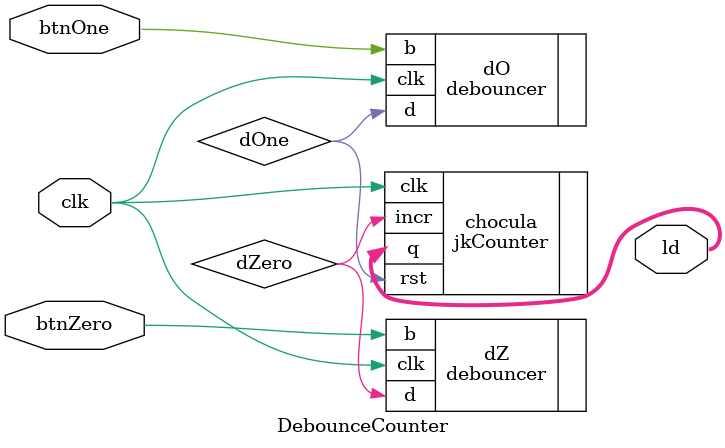
<source format=v>
`timescale 1ns / 1ps


module DebounceCounter(
    input clk, btnZero, btnOne,
    output [7:0] ld
    );
    
    wire dZero, dOne;
    debouncer dZ (.clk(clk),.b(btnZero),.d(dZero));
    debouncer dO (.clk(clk),.b(btnOne),.d(dOne));
    
    jkCounter chocula (.clk(clk),.incr(dZero),.rst(dOne),.q(ld));
endmodule

</source>
